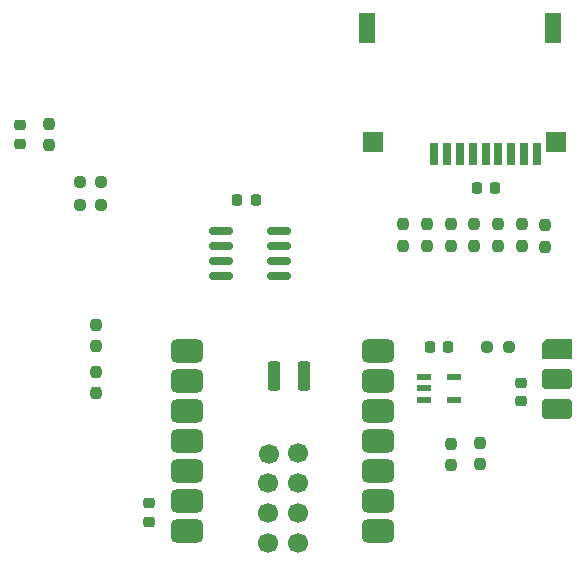
<source format=gtp>
G04 #@! TF.GenerationSoftware,KiCad,Pcbnew,9.0.3*
G04 #@! TF.CreationDate,2025-08-16T00:12:18+02:00*
G04 #@! TF.ProjectId,fw-anwesenheit,66772d61-6e77-4657-9365-6e686569742e,rev?*
G04 #@! TF.SameCoordinates,Original*
G04 #@! TF.FileFunction,Paste,Top*
G04 #@! TF.FilePolarity,Positive*
%FSLAX46Y46*%
G04 Gerber Fmt 4.6, Leading zero omitted, Abs format (unit mm)*
G04 Created by KiCad (PCBNEW 9.0.3) date 2025-08-16 00:12:18*
%MOMM*%
%LPD*%
G01*
G04 APERTURE LIST*
G04 Aperture macros list*
%AMRoundRect*
0 Rectangle with rounded corners*
0 $1 Rounding radius*
0 $2 $3 $4 $5 $6 $7 $8 $9 X,Y pos of 4 corners*
0 Add a 4 corners polygon primitive as box body*
4,1,4,$2,$3,$4,$5,$6,$7,$8,$9,$2,$3,0*
0 Add four circle primitives for the rounded corners*
1,1,$1+$1,$2,$3*
1,1,$1+$1,$4,$5*
1,1,$1+$1,$6,$7*
1,1,$1+$1,$8,$9*
0 Add four rect primitives between the rounded corners*
20,1,$1+$1,$2,$3,$4,$5,0*
20,1,$1+$1,$4,$5,$6,$7,0*
20,1,$1+$1,$6,$7,$8,$9,0*
20,1,$1+$1,$8,$9,$2,$3,0*%
%AMOutline5P*
0 Free polygon, 5 corners , with rotation*
0 The origin of the aperture is its center*
0 number of corners: always 5*
0 $1 to $10 corner X, Y*
0 $11 Rotation angle, in degrees counterclockwise*
0 create outline with 5 corners*
4,1,5,$1,$2,$3,$4,$5,$6,$7,$8,$9,$10,$1,$2,$11*%
%AMOutline6P*
0 Free polygon, 6 corners , with rotation*
0 The origin of the aperture is its center*
0 number of corners: always 6*
0 $1 to $12 corner X, Y*
0 $13 Rotation angle, in degrees counterclockwise*
0 create outline with 6 corners*
4,1,6,$1,$2,$3,$4,$5,$6,$7,$8,$9,$10,$11,$12,$1,$2,$13*%
%AMOutline7P*
0 Free polygon, 7 corners , with rotation*
0 The origin of the aperture is its center*
0 number of corners: always 7*
0 $1 to $14 corner X, Y*
0 $15 Rotation angle, in degrees counterclockwise*
0 create outline with 7 corners*
4,1,7,$1,$2,$3,$4,$5,$6,$7,$8,$9,$10,$11,$12,$13,$14,$1,$2,$15*%
%AMOutline8P*
0 Free polygon, 8 corners , with rotation*
0 The origin of the aperture is its center*
0 number of corners: always 8*
0 $1 to $16 corner X, Y*
0 $17 Rotation angle, in degrees counterclockwise*
0 create outline with 8 corners*
4,1,8,$1,$2,$3,$4,$5,$6,$7,$8,$9,$10,$11,$12,$13,$14,$15,$16,$1,$2,$17*%
G04 Aperture macros list end*
%ADD10RoundRect,0.225000X0.225000X0.250000X-0.225000X0.250000X-0.225000X-0.250000X0.225000X-0.250000X0*%
%ADD11Outline5P,-1.250000X0.510000X-0.910000X0.850000X1.250000X0.850000X1.250000X-0.850000X-1.250000X-0.850000X0.000000*%
%ADD12RoundRect,0.170000X-1.080000X-0.680000X1.080000X-0.680000X1.080000X0.680000X-1.080000X0.680000X0*%
%ADD13RoundRect,0.250000X-1.000000X-0.600000X1.000000X-0.600000X1.000000X0.600000X-1.000000X0.600000X0*%
%ADD14RoundRect,0.500000X0.875000X0.500000X-0.875000X0.500000X-0.875000X-0.500000X0.875000X-0.500000X0*%
%ADD15RoundRect,0.275000X0.275000X-0.975000X0.275000X0.975000X-0.275000X0.975000X-0.275000X-0.975000X0*%
%ADD16C,1.700000*%
%ADD17RoundRect,0.150000X-0.825000X-0.150000X0.825000X-0.150000X0.825000X0.150000X-0.825000X0.150000X0*%
%ADD18RoundRect,0.218750X0.256250X-0.218750X0.256250X0.218750X-0.256250X0.218750X-0.256250X-0.218750X0*%
%ADD19RoundRect,0.237500X0.237500X-0.250000X0.237500X0.250000X-0.237500X0.250000X-0.237500X-0.250000X0*%
%ADD20RoundRect,0.237500X-0.237500X0.250000X-0.237500X-0.250000X0.237500X-0.250000X0.237500X0.250000X0*%
%ADD21RoundRect,0.237500X0.250000X0.237500X-0.250000X0.237500X-0.250000X-0.237500X0.250000X-0.237500X0*%
%ADD22R,1.270000X0.558800*%
%ADD23RoundRect,0.225000X-0.225000X-0.250000X0.225000X-0.250000X0.225000X0.250000X-0.225000X0.250000X0*%
%ADD24RoundRect,0.237500X-0.250000X-0.237500X0.250000X-0.237500X0.250000X0.237500X-0.250000X0.237500X0*%
%ADD25RoundRect,0.225000X0.250000X-0.225000X0.250000X0.225000X-0.250000X0.225000X-0.250000X-0.225000X0*%
%ADD26R,0.700000X1.900000*%
%ADD27R,1.700000X1.800000*%
%ADD28R,1.400000X2.600000*%
%ADD29RoundRect,0.225000X-0.250000X0.225000X-0.250000X-0.225000X0.250000X-0.225000X0.250000X0.225000X0*%
G04 APERTURE END LIST*
D10*
X123775000Y-97500000D03*
X122225000Y-97500000D03*
D11*
X129000000Y-111190000D03*
D12*
X129000000Y-113730000D03*
D13*
X129000000Y-116270000D03*
D14*
X113821600Y-126598500D03*
X113821600Y-124058500D03*
X113821600Y-121518500D03*
X113821600Y-118978500D03*
X113821600Y-116438500D03*
X113821600Y-113898500D03*
X113821600Y-111358500D03*
X97656600Y-111358500D03*
X97656600Y-113898500D03*
X97656600Y-116438500D03*
X97656600Y-118978500D03*
X97656600Y-121518500D03*
X97656600Y-124058500D03*
X97656600Y-126598500D03*
D15*
X107548000Y-113446800D03*
X105008000Y-113446800D03*
D16*
X107040000Y-127620000D03*
X104500000Y-127620000D03*
X107040000Y-125080000D03*
X104500000Y-125080000D03*
X107040000Y-122540000D03*
X104500000Y-122540000D03*
X107040000Y-120000000D03*
X104592600Y-120056800D03*
D17*
X100525000Y-101190000D03*
X100525000Y-102460000D03*
X100525000Y-103730000D03*
X100525000Y-105000000D03*
X105475000Y-105000000D03*
X105475000Y-103730000D03*
X105475000Y-102460000D03*
X105475000Y-101190000D03*
D18*
X83500000Y-93787500D03*
X83500000Y-92212500D03*
D19*
X120000000Y-102412500D03*
X120000000Y-100587500D03*
X122000000Y-102412500D03*
X122000000Y-100587500D03*
D20*
X90000000Y-109087500D03*
X90000000Y-110912500D03*
D10*
X103500000Y-98500000D03*
X101950000Y-98500000D03*
D19*
X116000000Y-102412500D03*
X116000000Y-100587500D03*
D21*
X90412500Y-97000000D03*
X88587500Y-97000000D03*
X90412500Y-99000000D03*
X88587500Y-99000000D03*
D22*
X117704600Y-113560200D03*
X117704600Y-114500000D03*
X117704600Y-115439800D03*
X120295400Y-115439800D03*
X120295400Y-113560200D03*
D23*
X118225000Y-111000000D03*
X119775000Y-111000000D03*
D20*
X86000000Y-92087500D03*
X86000000Y-93912500D03*
D24*
X123087500Y-111000000D03*
X124912500Y-111000000D03*
D19*
X124000000Y-102412500D03*
X124000000Y-100587500D03*
X128000000Y-102500000D03*
X128000000Y-100675000D03*
X118000000Y-102412500D03*
X118000000Y-100587500D03*
D25*
X125984000Y-115583000D03*
X125984000Y-114033000D03*
D19*
X122500000Y-120912500D03*
X122500000Y-119087500D03*
D20*
X90000000Y-113087500D03*
X90000000Y-114912500D03*
D26*
X118550000Y-94650000D03*
X119650000Y-94650000D03*
X120750000Y-94650000D03*
X121850000Y-94650000D03*
X122950000Y-94650000D03*
X124050000Y-94650000D03*
X125150000Y-94650000D03*
X126250000Y-94650000D03*
X127350000Y-94650000D03*
D27*
X128900000Y-93600000D03*
X113400000Y-93600000D03*
D28*
X128650000Y-84000000D03*
X112950000Y-84000000D03*
D19*
X126000000Y-102412500D03*
X126000000Y-100587500D03*
X120000000Y-121000000D03*
X120000000Y-119175000D03*
D29*
X94500000Y-124225000D03*
X94500000Y-125775000D03*
M02*

</source>
